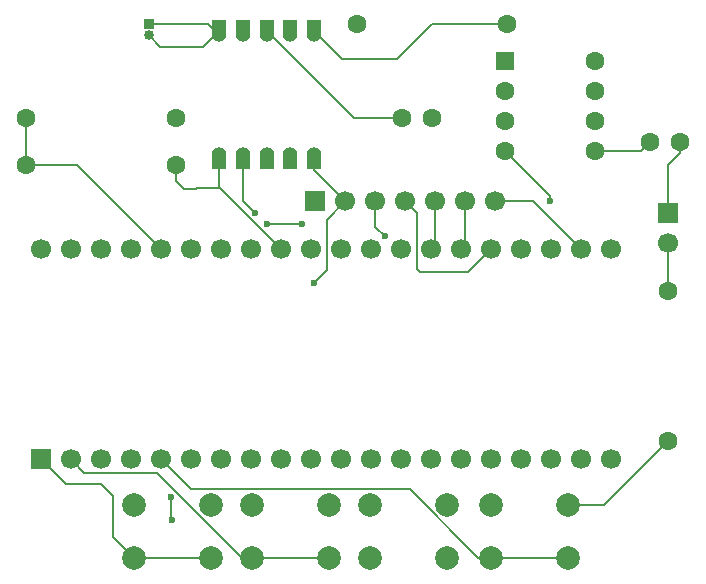
<source format=gtl>
%TF.GenerationSoftware,KiCad,Pcbnew,9.0.3*%
%TF.CreationDate,2025-07-14T11:38:29-07:00*%
%TF.ProjectId,ECE_299_ALARM,4543455f-3239-4395-9f41-4c41524d2e6b,1.0*%
%TF.SameCoordinates,Original*%
%TF.FileFunction,Copper,L1,Top*%
%TF.FilePolarity,Positive*%
%FSLAX46Y46*%
G04 Gerber Fmt 4.6, Leading zero omitted, Abs format (unit mm)*
G04 Created by KiCad (PCBNEW 9.0.3) date 2025-07-14 11:38:29*
%MOMM*%
%LPD*%
G01*
G04 APERTURE LIST*
G04 Aperture macros list*
%AMRoundRect*
0 Rectangle with rounded corners*
0 $1 Rounding radius*
0 $2 $3 $4 $5 $6 $7 $8 $9 X,Y pos of 4 corners*
0 Add a 4 corners polygon primitive as box body*
4,1,4,$2,$3,$4,$5,$6,$7,$8,$9,$2,$3,0*
0 Add four circle primitives for the rounded corners*
1,1,$1+$1,$2,$3*
1,1,$1+$1,$4,$5*
1,1,$1+$1,$6,$7*
1,1,$1+$1,$8,$9*
0 Add four rect primitives between the rounded corners*
20,1,$1+$1,$2,$3,$4,$5,0*
20,1,$1+$1,$4,$5,$6,$7,0*
20,1,$1+$1,$6,$7,$8,$9,0*
20,1,$1+$1,$8,$9,$2,$3,0*%
%AMFreePoly0*
4,1,18,-0.900000,0.625000,0.275000,0.625000,0.372772,0.617305,0.523217,0.573597,0.658067,0.493847,0.768847,0.383067,0.848597,0.248217,0.892305,0.097772,0.900000,0.000000,0.892305,-0.097772,0.848597,-0.248217,0.768847,-0.383067,0.658067,-0.493847,0.523217,-0.573597,0.372772,-0.617305,0.275000,-0.625000,-0.900000,-0.625000,-0.900000,0.625000,-0.900000,0.625000,$1*%
G04 Aperture macros list end*
%TA.AperFunction,ComponentPad*%
%ADD10R,1.700000X1.700000*%
%TD*%
%TA.AperFunction,ComponentPad*%
%ADD11C,1.700000*%
%TD*%
%TA.AperFunction,ComponentPad*%
%ADD12C,2.000000*%
%TD*%
%TA.AperFunction,ComponentPad*%
%ADD13C,1.600000*%
%TD*%
%TA.AperFunction,ComponentPad*%
%ADD14R,0.850000X0.850000*%
%TD*%
%TA.AperFunction,ComponentPad*%
%ADD15C,0.850000*%
%TD*%
%TA.AperFunction,ComponentPad*%
%ADD16RoundRect,0.250000X-0.550000X-0.550000X0.550000X-0.550000X0.550000X0.550000X-0.550000X0.550000X0*%
%TD*%
%TA.AperFunction,SMDPad,CuDef*%
%ADD17FreePoly0,90.000000*%
%TD*%
%TA.AperFunction,SMDPad,CuDef*%
%ADD18FreePoly0,270.000000*%
%TD*%
%TA.AperFunction,ViaPad*%
%ADD19C,0.600000*%
%TD*%
%TA.AperFunction,Conductor*%
%ADD20C,0.200000*%
%TD*%
G04 APERTURE END LIST*
D10*
%TO.P,LS1,1,1*%
%TO.N,Net-(C2-Pad2)*%
X142000000Y-88000000D03*
D11*
%TO.P,LS1,2,2*%
%TO.N,Net-(LS1-Pad2)*%
X142000000Y-90540000D03*
%TD*%
D12*
%TO.P,SW2,1,1*%
%TO.N,GND*%
X106750000Y-112750000D03*
X113250000Y-112750000D03*
%TO.P,SW2,2,2*%
%TO.N,SW2*%
X106750000Y-117250000D03*
X113250000Y-117250000D03*
%TD*%
D13*
%TO.P,C1,1*%
%TO.N,Net-(U1-LOUT)*%
X119500000Y-80000000D03*
%TO.P,C1,2*%
%TO.N,Net-(U3-+)*%
X122000000Y-80000000D03*
%TD*%
D14*
%TO.P,AE1,1*%
%TO.N,Net-(U1-FMIN)*%
X98000000Y-72000000D03*
D15*
%TO.P,AE1,2*%
X98000000Y-73000000D03*
%TD*%
D16*
%TO.P,U3,1,GAIN*%
%TO.N,unconnected-(U3-GAIN-Pad1)*%
X128195000Y-75190000D03*
D13*
%TO.P,U3,2,-*%
%TO.N,GND*%
X128195000Y-77730000D03*
%TO.P,U3,3,+*%
%TO.N,Net-(U3-+)*%
X128195000Y-80270000D03*
%TO.P,U3,4,GND*%
%TO.N,GND*%
X128195000Y-82810000D03*
%TO.P,U3,5*%
%TO.N,Net-(C2-Pad1)*%
X135815000Y-82810000D03*
%TO.P,U3,6,V+*%
%TO.N,+5V*%
X135815000Y-80270000D03*
%TO.P,U3,7,BYPASS*%
%TO.N,unconnected-(U3-BYPASS-Pad7)*%
X135815000Y-77730000D03*
%TO.P,U3,8,GAIN*%
%TO.N,unconnected-(U3-GAIN-Pad8)*%
X135815000Y-75190000D03*
%TD*%
D12*
%TO.P,SW3,1,1*%
%TO.N,GND*%
X116750000Y-112750000D03*
X123250000Y-112750000D03*
%TO.P,SW3,2,2*%
%TO.N,SW3*%
X116750000Y-117250000D03*
X123250000Y-117250000D03*
%TD*%
%TO.P,SW1,1,1*%
%TO.N,GND*%
X96807950Y-112772844D03*
X103307950Y-112772844D03*
%TO.P,SW1,2,2*%
%TO.N,SW1*%
X96807950Y-117272844D03*
X103307950Y-117272844D03*
%TD*%
D17*
%TO.P,U1,1,SDIO*%
%TO.N,Net-(U1-SDIO)*%
X104000000Y-83400000D03*
%TO.P,U1,2,SCLK*%
%TO.N,Net-(U1-SCLK)*%
X106000000Y-83400000D03*
%TO.P,U1,3,N/C*%
%TO.N,unconnected-(U1-N{slash}C-Pad3)*%
X108000000Y-83400000D03*
%TO.P,U1,4,N/C*%
%TO.N,unconnected-(U1-N{slash}C-Pad4)*%
X110000000Y-83400000D03*
%TO.P,U1,5,VDD*%
%TO.N,+3.3V*%
X112000000Y-83400000D03*
D18*
%TO.P,U1,6,GND*%
%TO.N,GND*%
X112000000Y-72600000D03*
%TO.P,U1,7,ROUT*%
%TO.N,unconnected-(U1-ROUT-Pad7)*%
X110000000Y-72600000D03*
%TO.P,U1,8,LOUT*%
%TO.N,Net-(U1-LOUT)*%
X108000000Y-72600000D03*
%TO.P,U1,9,N/C*%
%TO.N,unconnected-(U1-N{slash}C-Pad9)*%
X106000000Y-72600000D03*
%TO.P,U1,10,FMIN*%
%TO.N,Net-(U1-FMIN)*%
X104000000Y-72600000D03*
%TD*%
D13*
%TO.P,C2,1*%
%TO.N,Net-(C2-Pad1)*%
X140500000Y-82000000D03*
%TO.P,C2,2*%
%TO.N,Net-(C2-Pad2)*%
X143000000Y-82000000D03*
%TD*%
D10*
%TO.P,U2,1,GP0*%
%TO.N,SW1*%
X88870000Y-108890000D03*
D11*
%TO.P,U2,2,GP1*%
%TO.N,SW2*%
X91410000Y-108890000D03*
%TO.P,U2,3,GND*%
%TO.N,GND*%
X93950000Y-108890000D03*
%TO.P,U2,4,GP2*%
%TO.N,SW3*%
X96490000Y-108890000D03*
%TO.P,U2,5,GP3*%
%TO.N,SW4*%
X99030000Y-108890000D03*
%TO.P,U2,6,GP4*%
%TO.N,unconnected-(U2-GP4-Pad6)*%
X101570000Y-108890000D03*
%TO.P,U2,7,GP5*%
%TO.N,unconnected-(U2-GP5-Pad7)*%
X104110000Y-108890000D03*
%TO.P,U2,8,GND*%
%TO.N,unconnected-(U2-GND-Pad8)*%
X106650000Y-108890000D03*
%TO.P,U2,9,GP6*%
%TO.N,unconnected-(U2-GP6-Pad9)*%
X109190000Y-108890000D03*
%TO.P,U2,10,GP7*%
%TO.N,unconnected-(U2-GP7-Pad10)*%
X111730000Y-108890000D03*
%TO.P,U2,11,GP8*%
%TO.N,unconnected-(U2-GP8-Pad11)*%
X114270000Y-108890000D03*
%TO.P,U2,12,GP9*%
%TO.N,unconnected-(U2-GP9-Pad12)*%
X116810000Y-108890000D03*
%TO.P,U2,13,GND*%
%TO.N,unconnected-(U2-GND-Pad13)*%
X119350000Y-108890000D03*
%TO.P,U2,14,GP10*%
%TO.N,unconnected-(U2-GP10-Pad14)*%
X121890000Y-108890000D03*
%TO.P,U2,15,GP11*%
%TO.N,unconnected-(U2-GP11-Pad15)*%
X124430000Y-108890000D03*
%TO.P,U2,16,GP12*%
%TO.N,unconnected-(U2-GP12-Pad16)*%
X126970000Y-108890000D03*
%TO.P,U2,17,GP13*%
%TO.N,unconnected-(U2-GP13-Pad17)*%
X129510000Y-108890000D03*
%TO.P,U2,18,GND*%
%TO.N,unconnected-(U2-GND-Pad18)*%
X132050000Y-108890000D03*
%TO.P,U2,19,GP14*%
%TO.N,unconnected-(U2-GP14-Pad19)*%
X134590000Y-108890000D03*
%TO.P,U2,20,GP15*%
%TO.N,unconnected-(U2-GP15-Pad20)*%
X137130000Y-108890000D03*
%TO.P,U2,21,GP16*%
%TO.N,unconnected-(U2-GP16-Pad21)*%
X137130000Y-91110000D03*
%TO.P,U2,22,GP17*%
%TO.N,Net-(DISP1-CS)*%
X134590000Y-91110000D03*
%TO.P,U2,23,GND*%
%TO.N,GND*%
X132050000Y-91110000D03*
%TO.P,U2,24,GP18*%
%TO.N,Net-(DISP1-SCLK)*%
X129510000Y-91110000D03*
%TO.P,U2,25,GP19*%
%TO.N,Net-(DISP1-SDA)*%
X126970000Y-91110000D03*
%TO.P,U2,26,GP20*%
%TO.N,Net-(DISP1-DC)*%
X124430000Y-91110000D03*
%TO.P,U2,27,GP21*%
%TO.N,Net-(DISP1-RES)*%
X121890000Y-91110000D03*
%TO.P,U2,28,GND*%
%TO.N,unconnected-(U2-GND-Pad28)*%
X119350000Y-91110000D03*
%TO.P,U2,29,GP22*%
%TO.N,unconnected-(U2-GP22-Pad29)*%
X116810000Y-91110000D03*
%TO.P,U2,30,RUN*%
%TO.N,unconnected-(U2-RUN-Pad30)*%
X114270000Y-91110000D03*
%TO.P,U2,31,GP26/ADC0*%
%TO.N,Net-(U1-SCLK)*%
X111730000Y-91110000D03*
%TO.P,U2,32,GP27/ADC1*%
%TO.N,Net-(U1-SDIO)*%
X109190000Y-91110000D03*
%TO.P,U2,33,GND*%
%TO.N,unconnected-(U2-GND-Pad33)*%
X106650000Y-91110000D03*
%TO.P,U2,34,GP28/ADC2*%
%TO.N,unconnected-(U2-GP28{slash}ADC2-Pad34)*%
X104110000Y-91110000D03*
%TO.P,U2,35,ADC_VREF*%
%TO.N,unconnected-(U2-ADC_VREF-Pad35)*%
X101570000Y-91110000D03*
%TO.P,U2,36,3V3*%
%TO.N,+3.3V*%
X99030000Y-91110000D03*
%TO.P,U2,37,3V3_EN*%
%TO.N,unconnected-(U2-3V3_EN-Pad37)*%
X96490000Y-91110000D03*
%TO.P,U2,38,GND*%
%TO.N,unconnected-(U2-GND-Pad38)*%
X93950000Y-91110000D03*
%TO.P,U2,39,VSYS*%
%TO.N,unconnected-(U2-VSYS-Pad39)*%
X91410000Y-91110000D03*
%TO.P,U2,40,VBUS*%
%TO.N,+5V*%
X88870000Y-91110000D03*
%TD*%
D10*
%TO.P,DISP1,1,VSS/GND*%
%TO.N,GND*%
X112120000Y-87050000D03*
D11*
%TO.P,DISP1,2,VDD*%
%TO.N,+3.3V*%
X114660000Y-87050000D03*
%TO.P,DISP1,3,SCLK*%
%TO.N,Net-(DISP1-SCLK)*%
X117200000Y-87050000D03*
%TO.P,DISP1,4,SDA*%
%TO.N,Net-(DISP1-SDA)*%
X119740000Y-87050000D03*
%TO.P,DISP1,5,RES*%
%TO.N,Net-(DISP1-RES)*%
X122280000Y-87050000D03*
%TO.P,DISP1,6,DC*%
%TO.N,Net-(DISP1-DC)*%
X124820000Y-87050000D03*
%TO.P,DISP1,7,CS*%
%TO.N,Net-(DISP1-CS)*%
X127360000Y-87050000D03*
%TD*%
D12*
%TO.P,SW4,1,1*%
%TO.N,GND*%
X127000000Y-112750000D03*
X133500000Y-112750000D03*
%TO.P,SW4,2,2*%
%TO.N,SW4*%
X127000000Y-117250000D03*
X133500000Y-117250000D03*
%TD*%
D13*
%TO.P,R3,1*%
%TO.N,+3.3V*%
X87650000Y-84000000D03*
%TO.P,R3,2*%
%TO.N,Net-(U1-SDIO)*%
X100350000Y-84000000D03*
%TD*%
%TO.P,R2,1*%
%TO.N,Net-(LS1-Pad2)*%
X142000000Y-94650000D03*
%TO.P,R2,2*%
%TO.N,GND*%
X142000000Y-107350000D03*
%TD*%
%TO.P,R1,1*%
%TO.N,Net-(U3-+)*%
X115650000Y-72000000D03*
%TO.P,R1,2*%
%TO.N,GND*%
X128350000Y-72000000D03*
%TD*%
%TO.P,R4,1*%
%TO.N,+3.3V*%
X87650000Y-80000000D03*
%TO.P,R4,2*%
%TO.N,Net-(U1-SCLK)*%
X100350000Y-80000000D03*
%TD*%
D19*
%TO.N,GND*%
X132000000Y-87000000D03*
%TO.N,Net-(DISP1-SCLK)*%
X118000000Y-90000000D03*
%TO.N,+3.3V*%
X112000000Y-94000000D03*
%TO.N,Net-(U1-SCLK)*%
X107000000Y-88000000D03*
%TO.N,SW3*%
X100000000Y-114000000D03*
X99923342Y-112076658D03*
%TO.N,+5V*%
X111000000Y-89000000D03*
X108000000Y-89000000D03*
%TD*%
D20*
%TO.N,Net-(U1-FMIN)*%
X102600000Y-74000000D02*
X99000000Y-74000000D01*
X103000000Y-72000000D02*
X98000000Y-72000000D01*
X99000000Y-74000000D02*
X98000000Y-73000000D01*
X103600000Y-72600000D02*
X103000000Y-72000000D01*
X104000000Y-72600000D02*
X103600000Y-72600000D01*
X104000000Y-72600000D02*
X102600000Y-74000000D01*
%TO.N,Net-(U1-LOUT)*%
X108000000Y-72600000D02*
X115400000Y-80000000D01*
X115400000Y-80000000D02*
X119500000Y-80000000D01*
%TO.N,Net-(C2-Pad2)*%
X142000000Y-84000000D02*
X142000000Y-88000000D01*
X143000000Y-83000000D02*
X142000000Y-84000000D01*
X143000000Y-82000000D02*
X143000000Y-83000000D01*
%TO.N,Net-(C2-Pad1)*%
X139690000Y-82810000D02*
X140500000Y-82000000D01*
X135815000Y-82810000D02*
X139690000Y-82810000D01*
%TO.N,GND*%
X136600000Y-112750000D02*
X133500000Y-112750000D01*
X122000000Y-72000000D02*
X128350000Y-72000000D01*
X128195000Y-82810000D02*
X132000000Y-86615000D01*
X119000000Y-75000000D02*
X122000000Y-72000000D01*
X114400000Y-75000000D02*
X119000000Y-75000000D01*
X132000000Y-86615000D02*
X132000000Y-87000000D01*
X142000000Y-107350000D02*
X136600000Y-112750000D01*
X112000000Y-72600000D02*
X114400000Y-75000000D01*
%TO.N,Net-(DISP1-SDA)*%
X120739000Y-88049000D02*
X120739000Y-92739000D01*
X119740000Y-87050000D02*
X120739000Y-88049000D01*
X121000000Y-93000000D02*
X125080000Y-93000000D01*
X125080000Y-93000000D02*
X126970000Y-91110000D01*
X120739000Y-92739000D02*
X121000000Y-93000000D01*
%TO.N,Net-(DISP1-SCLK)*%
X117200000Y-89200000D02*
X118000000Y-90000000D01*
X117200000Y-87050000D02*
X117200000Y-89200000D01*
%TO.N,Net-(DISP1-DC)*%
X124820000Y-87050000D02*
X124820000Y-90720000D01*
X124820000Y-90720000D02*
X124430000Y-91110000D01*
%TO.N,Net-(DISP1-CS)*%
X127360000Y-87050000D02*
X130530000Y-87050000D01*
X130530000Y-87050000D02*
X134590000Y-91110000D01*
%TO.N,+3.3V*%
X87650000Y-84000000D02*
X87650000Y-80000000D01*
X112000000Y-83400000D02*
X112000000Y-84390000D01*
X113119000Y-92881000D02*
X113119000Y-88591000D01*
X113119000Y-88591000D02*
X114660000Y-87050000D01*
X91920000Y-84000000D02*
X87650000Y-84000000D01*
X99030000Y-91110000D02*
X91920000Y-84000000D01*
X112000000Y-84390000D02*
X114660000Y-87050000D01*
X112000000Y-94000000D02*
X113119000Y-92881000D01*
%TO.N,Net-(DISP1-RES)*%
X122280000Y-87050000D02*
X122280000Y-90720000D01*
X122280000Y-90720000D02*
X121890000Y-91110000D01*
%TO.N,Net-(LS1-Pad2)*%
X142000000Y-90540000D02*
X142000000Y-94650000D01*
%TO.N,Net-(U1-SCLK)*%
X106000000Y-87000000D02*
X106000000Y-83400000D01*
X107000000Y-88000000D02*
X106000000Y-87000000D01*
%TO.N,Net-(U1-SDIO)*%
X104040000Y-85960000D02*
X102040000Y-85960000D01*
X100350000Y-85350000D02*
X100350000Y-84000000D01*
X104000000Y-85920000D02*
X104000000Y-83400000D01*
X104040000Y-85960000D02*
X104000000Y-85920000D01*
X109190000Y-91110000D02*
X104040000Y-85960000D01*
X102040000Y-85960000D02*
X102000000Y-86000000D01*
X102000000Y-86000000D02*
X101000000Y-86000000D01*
X101000000Y-86000000D02*
X100350000Y-85350000D01*
%TO.N,SW1*%
X96807950Y-117272844D02*
X103307950Y-117272844D01*
X95000000Y-115464894D02*
X96807950Y-117272844D01*
X95000000Y-112000000D02*
X95000000Y-115464894D01*
X88870000Y-108890000D02*
X90980000Y-111000000D01*
X94000000Y-111000000D02*
X95000000Y-112000000D01*
X90980000Y-111000000D02*
X94000000Y-111000000D01*
%TO.N,SW2*%
X105945214Y-117250000D02*
X106750000Y-117250000D01*
X98736214Y-110041000D02*
X105945214Y-117250000D01*
X106750000Y-117250000D02*
X113250000Y-117250000D01*
X91410000Y-108890000D02*
X92561000Y-110041000D01*
X92561000Y-110041000D02*
X98736214Y-110041000D01*
%TO.N,SW3*%
X99923342Y-113923342D02*
X100000000Y-114000000D01*
X99923342Y-112076658D02*
X99923342Y-113923342D01*
%TO.N,SW4*%
X99030000Y-108890000D02*
X101589000Y-111449000D01*
X120109108Y-111449000D02*
X125910108Y-117250000D01*
X127000000Y-117250000D02*
X133500000Y-117250000D01*
X125910108Y-117250000D02*
X127000000Y-117250000D01*
X101589000Y-111449000D02*
X120109108Y-111449000D01*
%TO.N,+5V*%
X108000000Y-89000000D02*
X111000000Y-89000000D01*
%TD*%
M02*

</source>
